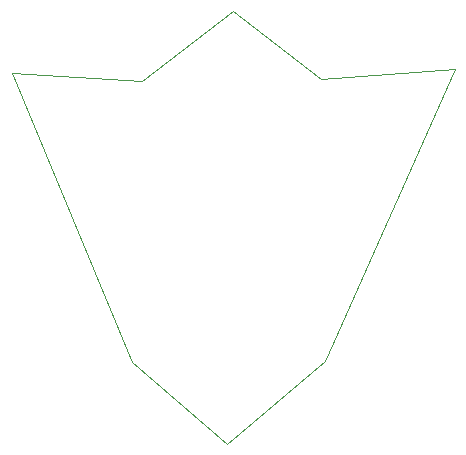
<source format=gbr>
G04 #@! TF.GenerationSoftware,KiCad,Pcbnew,5.1.2*
G04 #@! TF.CreationDate,2019-07-09T10:29:53-05:00*
G04 #@! TF.ProjectId,Goron's_Ruby,476f726f-6e27-4735-9f52-7562792e6b69,rev?*
G04 #@! TF.SameCoordinates,Original*
G04 #@! TF.FileFunction,Profile,NP*
%FSLAX46Y46*%
G04 Gerber Fmt 4.6, Leading zero omitted, Abs format (unit mm)*
G04 Created by KiCad (PCBNEW 5.1.2) date 2019-07-09 10:29:53*
%MOMM*%
%LPD*%
G04 APERTURE LIST*
%ADD10C,0.100000*%
G04 APERTURE END LIST*
D10*
X128255898Y-94389050D02*
X138467992Y-118806155D01*
X138467992Y-118806155D02*
X146525847Y-125726951D01*
X146525847Y-125726951D02*
X154808352Y-118723150D01*
X154808352Y-118723150D02*
X165764510Y-94001565D01*
X165764510Y-94001565D02*
X154401492Y-94883094D01*
X154401492Y-94883094D02*
X147029578Y-89119246D01*
X147029578Y-89119246D02*
X139260491Y-95038089D01*
X139260491Y-95038089D02*
X128255898Y-94389050D01*
X128255898Y-94389050D02*
X128255898Y-94389050D01*
M02*

</source>
